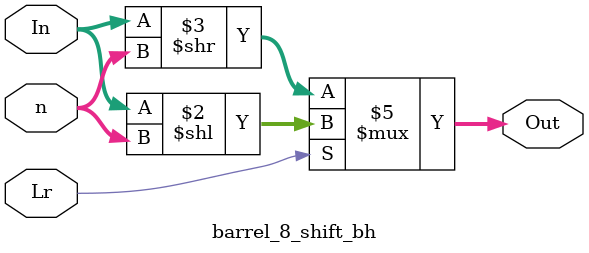
<source format=v>
/*********************************
  8-bit BARREL SHIFTER BEHAVIORAL
*********************************/

module barrel_8_shift_bh(Out, In, Lr,n);

input [7:0]In;
input [2:0]n;
input Lr;
output reg [7:0]Out;

always@(*) begin
    if(Lr)
        Out = In << n;
    else
        Out = In >> n;
end // always@(*)

endmodule

</source>
